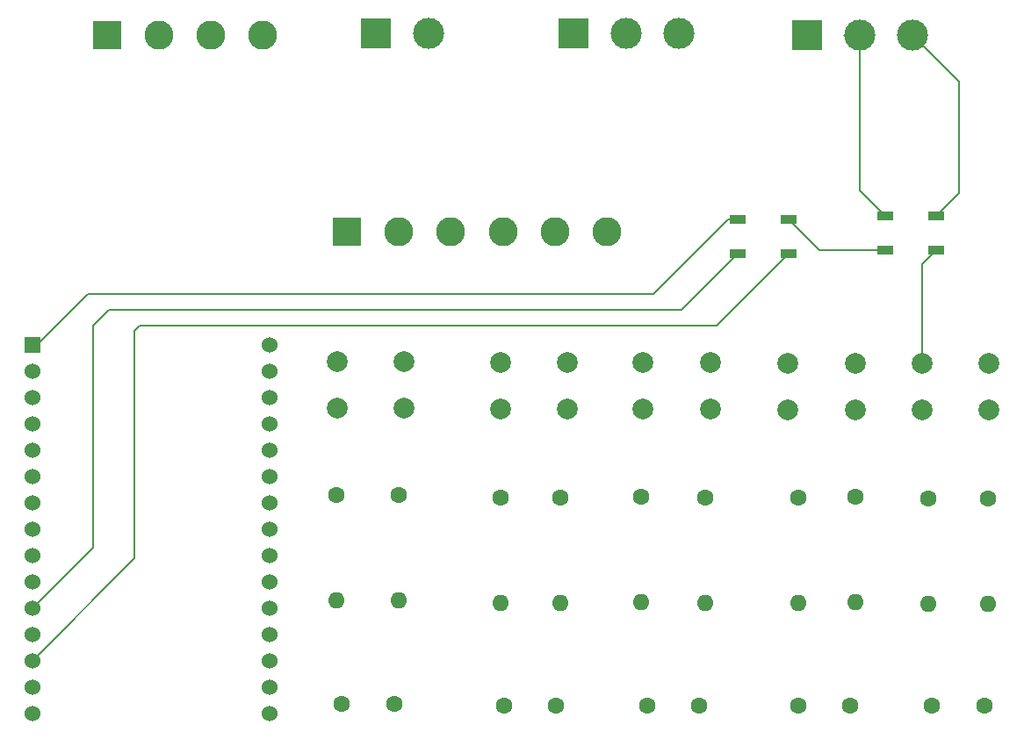
<source format=gbr>
%TF.GenerationSoftware,KiCad,Pcbnew,8.0.6*%
%TF.CreationDate,2024-11-18T20:28:23+01:00*%
%TF.ProjectId,pcb,7063622e-6b69-4636-9164-5f7063625858,rev?*%
%TF.SameCoordinates,Original*%
%TF.FileFunction,Copper,L1,Top*%
%TF.FilePolarity,Positive*%
%FSLAX46Y46*%
G04 Gerber Fmt 4.6, Leading zero omitted, Abs format (unit mm)*
G04 Created by KiCad (PCBNEW 8.0.6) date 2024-11-18 20:28:23*
%MOMM*%
%LPD*%
G01*
G04 APERTURE LIST*
G04 Aperture macros list*
%AMRoundRect*
0 Rectangle with rounded corners*
0 $1 Rounding radius*
0 $2 $3 $4 $5 $6 $7 $8 $9 X,Y pos of 4 corners*
0 Add a 4 corners polygon primitive as box body*
4,1,4,$2,$3,$4,$5,$6,$7,$8,$9,$2,$3,0*
0 Add four circle primitives for the rounded corners*
1,1,$1+$1,$2,$3*
1,1,$1+$1,$4,$5*
1,1,$1+$1,$6,$7*
1,1,$1+$1,$8,$9*
0 Add four rect primitives between the rounded corners*
20,1,$1+$1,$2,$3,$4,$5,0*
20,1,$1+$1,$4,$5,$6,$7,0*
20,1,$1+$1,$6,$7,$8,$9,0*
20,1,$1+$1,$8,$9,$2,$3,0*%
G04 Aperture macros list end*
%TA.AperFunction,ComponentPad*%
%ADD10C,2.000000*%
%TD*%
%TA.AperFunction,ComponentPad*%
%ADD11R,3.000000X3.000000*%
%TD*%
%TA.AperFunction,ComponentPad*%
%ADD12C,3.000000*%
%TD*%
%TA.AperFunction,ComponentPad*%
%ADD13C,1.600000*%
%TD*%
%TA.AperFunction,ComponentPad*%
%ADD14O,1.600000X1.600000*%
%TD*%
%TA.AperFunction,ComponentPad*%
%ADD15R,2.800000X2.800000*%
%TD*%
%TA.AperFunction,ComponentPad*%
%ADD16C,2.800000*%
%TD*%
%TA.AperFunction,SMDPad,CuDef*%
%ADD17RoundRect,0.090000X0.660000X0.360000X-0.660000X0.360000X-0.660000X-0.360000X0.660000X-0.360000X0*%
%TD*%
%TA.AperFunction,ComponentPad*%
%ADD18R,1.530000X1.530000*%
%TD*%
%TA.AperFunction,ComponentPad*%
%ADD19C,1.530000*%
%TD*%
%TA.AperFunction,Conductor*%
%ADD20C,0.200000*%
%TD*%
G04 APERTURE END LIST*
D10*
%TO.P,SW5,1,1*%
%TO.N,5V*%
X133500000Y-90000000D03*
X140000000Y-90000000D03*
%TO.P,SW5,2,2*%
%TO.N,Net-(R10-Pad1)*%
X133500000Y-94500000D03*
X140000000Y-94500000D03*
%TD*%
D11*
%TO.P,P1,1,5V*%
%TO.N,5V*%
X137235000Y-58315000D03*
D12*
%TO.P,P1,2,GND*%
%TO.N,GND*%
X142315000Y-58315000D03*
%TD*%
D13*
%TO.P,C2,1*%
%TO.N,Net-(U1-GPIO1)*%
X195895000Y-123185000D03*
%TO.P,C2,2*%
%TO.N,GND*%
X190895000Y-123185000D03*
%TD*%
%TO.P,R4,1*%
%TO.N,Net-(R3-Pad1)*%
X190495000Y-103185000D03*
D14*
%TO.P,R4,2*%
%TO.N,GND*%
X190495000Y-113345000D03*
%TD*%
D13*
%TO.P,R3,1*%
%TO.N,Net-(R3-Pad1)*%
X196245000Y-103185000D03*
D14*
%TO.P,R3,2*%
%TO.N,Net-(U1-GPIO1)*%
X196245000Y-113345000D03*
%TD*%
D15*
%TO.P,J2,1,A0*%
%TO.N,Net-(J2-A0)*%
X111315000Y-58500000D03*
D16*
%TO.P,J2,2,GND*%
%TO.N,GND*%
X116315000Y-58500000D03*
%TO.P,J2,3,5V*%
%TO.N,5V*%
X121315000Y-58500000D03*
%TO.P,J2,4,D0*%
%TO.N,unconnected-(J2-D0-Pad4)*%
X126315000Y-58500000D03*
%TD*%
D13*
%TO.P,R1,1*%
%TO.N,Net-(R1-Pad1)*%
X178000000Y-103105000D03*
D14*
%TO.P,R1,2*%
%TO.N,GND*%
X178000000Y-113265000D03*
%TD*%
D13*
%TO.P,R10,1*%
%TO.N,Net-(R10-Pad1)*%
X133450000Y-102840000D03*
D14*
%TO.P,R10,2*%
%TO.N,GND*%
X133450000Y-113000000D03*
%TD*%
D13*
%TO.P,R2,1*%
%TO.N,Net-(R1-Pad1)*%
X183500000Y-103025000D03*
D14*
%TO.P,R2,2*%
%TO.N,Net-(U1-GPIO2)*%
X183500000Y-113185000D03*
%TD*%
D13*
%TO.P,C5,1*%
%TO.N,Net-(U1-GPIO19{slash}USBD_+)*%
X139000000Y-123000000D03*
%TO.P,C5,2*%
%TO.N,GND*%
X134000000Y-123000000D03*
%TD*%
D10*
%TO.P,SW3,1,1*%
%TO.N,5V*%
X149250000Y-90085000D03*
X155750000Y-90085000D03*
%TO.P,SW3,2,2*%
%TO.N,Net-(R5-Pad1)*%
X149250000Y-94585000D03*
X155750000Y-94585000D03*
%TD*%
D13*
%TO.P,C4,1*%
%TO.N,Net-(U1-GPIO10)*%
X168400000Y-123185000D03*
%TO.P,C4,2*%
%TO.N,GND*%
X163400000Y-123185000D03*
%TD*%
D11*
%TO.P,J3,1,GND*%
%TO.N,GND*%
X156315000Y-58315000D03*
D12*
%TO.P,J3,2,5V*%
%TO.N,5V*%
X161395000Y-58315000D03*
%TO.P,J3,3,S*%
%TO.N,GND*%
X166475000Y-58315000D03*
%TD*%
D10*
%TO.P,SW2,1,1*%
%TO.N,5V*%
X189895000Y-90185000D03*
X196395000Y-90185000D03*
%TO.P,SW2,2,2*%
%TO.N,Net-(R3-Pad1)*%
X189895000Y-94685000D03*
X196395000Y-94685000D03*
%TD*%
D13*
%TO.P,R5,1*%
%TO.N,Net-(R5-Pad1)*%
X155000000Y-103085000D03*
D14*
%TO.P,R5,2*%
%TO.N,Net-(U1-GPIO9)*%
X155000000Y-113245000D03*
%TD*%
D13*
%TO.P,R6,1*%
%TO.N,Net-(R5-Pad1)*%
X149250000Y-103085000D03*
D14*
%TO.P,R6,2*%
%TO.N,GND*%
X149250000Y-113245000D03*
%TD*%
D13*
%TO.P,R7,1*%
%TO.N,Net-(R7-Pad1)*%
X169000000Y-103085000D03*
D14*
%TO.P,R7,2*%
%TO.N,Net-(U1-GPIO10)*%
X169000000Y-113245000D03*
%TD*%
D10*
%TO.P,SW4,1,1*%
%TO.N,5V*%
X163000000Y-90085000D03*
X169500000Y-90085000D03*
%TO.P,SW4,2,2*%
%TO.N,Net-(R7-Pad1)*%
X163000000Y-94585000D03*
X169500000Y-94585000D03*
%TD*%
D13*
%TO.P,C3,1*%
%TO.N,Net-(U1-GPIO9)*%
X154650000Y-123185000D03*
%TO.P,C3,2*%
%TO.N,GND*%
X149650000Y-123185000D03*
%TD*%
D17*
%TO.P,D3,1,VDD*%
%TO.N,5V*%
X191250000Y-79250000D03*
%TO.P,D3,2,DOUT*%
%TO.N,Net-(D3-DOUT)*%
X191250000Y-75950000D03*
%TO.P,D3,3,VSS*%
%TO.N,GND*%
X186350000Y-75950000D03*
%TO.P,D3,4,DIN*%
%TO.N,Net-(D1-DOUT)*%
X186350000Y-79250000D03*
%TD*%
%TO.P,D1,1,VDD*%
%TO.N,5V*%
X177065000Y-79565000D03*
%TO.P,D1,2,DOUT*%
%TO.N,Net-(D1-DOUT)*%
X177065000Y-76265000D03*
%TO.P,D1,3,VSS*%
%TO.N,GND*%
X172165000Y-76265000D03*
%TO.P,D1,4,DIN*%
%TO.N,Net-(D1-DIN)*%
X172165000Y-79565000D03*
%TD*%
D13*
%TO.P,R9,1*%
%TO.N,Net-(R10-Pad1)*%
X139500000Y-102840000D03*
D14*
%TO.P,R9,2*%
%TO.N,Net-(U1-GPIO19{slash}USBD_+)*%
X139500000Y-113000000D03*
%TD*%
D10*
%TO.P,SW1,1,1*%
%TO.N,5V*%
X177000000Y-90185000D03*
X183500000Y-90185000D03*
%TO.P,SW1,2,2*%
%TO.N,Net-(R1-Pad1)*%
X177000000Y-94685000D03*
X183500000Y-94685000D03*
%TD*%
D13*
%TO.P,R8,1*%
%TO.N,Net-(R7-Pad1)*%
X162850000Y-103005000D03*
D14*
%TO.P,R8,2*%
%TO.N,GND*%
X162850000Y-113165000D03*
%TD*%
D13*
%TO.P,C1,1*%
%TO.N,Net-(U1-GPIO2)*%
X183000000Y-123185000D03*
%TO.P,C1,2*%
%TO.N,GND*%
X178000000Y-123185000D03*
%TD*%
D11*
%TO.P,J4,1,5V*%
%TO.N,5V*%
X178815000Y-58500000D03*
D12*
%TO.P,J4,2,GND*%
%TO.N,GND*%
X183895000Y-58500000D03*
%TO.P,J4,3,Data*%
%TO.N,Net-(D3-DOUT)*%
X188975000Y-58500000D03*
%TD*%
D16*
%TO.P,J1,6,GND*%
%TO.N,GND*%
X159500000Y-77500000D03*
%TO.P,J1,5,5V*%
%TO.N,5V*%
X154500000Y-77500000D03*
%TO.P,J1,4,MISO*%
%TO.N,Net-(J1-MISO)*%
X149500000Y-77500000D03*
%TO.P,J1,3,MOSI*%
%TO.N,Net-(J1-MOSI)*%
X144500000Y-77500000D03*
%TO.P,J1,2,SCK*%
%TO.N,Net-(J1-SCK)*%
X139500000Y-77500000D03*
D15*
%TO.P,J1,1,CS*%
%TO.N,Net-(J1-CS)*%
X134500000Y-77500000D03*
%TD*%
D18*
%TO.P,REF\u002A\u002A,1,GND*%
%TO.N,GND*%
X104140000Y-88380000D03*
D19*
%TO.P,REF\u002A\u002A,2,3V3*%
%TO.N,3V3*%
X104140000Y-90920000D03*
%TO.P,REF\u002A\u002A,3,3V3*%
X104140000Y-93460000D03*
%TO.P,REF\u002A\u002A,4,RST*%
%TO.N,unconnected-(U1-RST-Pad4)*%
X104140000Y-96000000D03*
%TO.P,REF\u002A\u002A,5,GND*%
%TO.N,GND*%
X104140000Y-98540000D03*
%TO.P,REF\u002A\u002A,6,GPIO4*%
%TO.N,Net-(J1-SCK)*%
X104140000Y-101080000D03*
%TO.P,REF\u002A\u002A,7,GPIO5*%
%TO.N,Net-(J1-MISO)*%
X104140000Y-103620000D03*
%TO.P,REF\u002A\u002A,8,GPIO6*%
%TO.N,Net-(J1-MOSI)*%
X104140000Y-106160000D03*
%TO.P,REF\u002A\u002A,9,GPIO7*%
%TO.N,Net-(J1-CS)*%
X104140000Y-108700000D03*
%TO.P,REF\u002A\u002A,10,GND*%
%TO.N,GND*%
X104140000Y-111240000D03*
%TO.P,REF\u002A\u002A,11,GPIO8/RGB_LED*%
%TO.N,Net-(D1-DIN)*%
X104140000Y-113780000D03*
%TO.P,REF\u002A\u002A,12,GPIO9*%
%TO.N,Net-(U1-GPIO9)*%
X104140000Y-116320000D03*
%TO.P,REF\u002A\u002A,13,5V*%
%TO.N,5V*%
X104140000Y-118860000D03*
%TO.P,REF\u002A\u002A,14,5V*%
X104140000Y-121400000D03*
%TO.P,REF\u002A\u002A,15,GND*%
%TO.N,GND*%
X104140000Y-123940000D03*
%TO.P,REF\u002A\u002A,16,GND*%
X127000000Y-123940000D03*
%TO.P,REF\u002A\u002A,17,GND*%
X127000000Y-121400000D03*
%TO.P,REF\u002A\u002A,18,GPIO19/USBD_+*%
%TO.N,Net-(U1-GPIO19{slash}USBD_+)*%
X127000000Y-118860000D03*
%TO.P,REF\u002A\u002A,19,GPIO18/USBD_-*%
%TO.N,unconnected-(U1-GPIO18{slash}USBD_--Pad19)*%
X127000000Y-116320000D03*
%TO.P,REF\u002A\u002A,20,GND*%
%TO.N,GND*%
X127000000Y-113780000D03*
%TO.P,REF\u002A\u002A,21,GPIO21/U0TXD*%
%TO.N,unconnected-(U1-GPIO21{slash}U0TXD-Pad21)*%
X127000000Y-111240000D03*
%TO.P,REF\u002A\u002A,22,GPIO20/U0RXD*%
%TO.N,unconnected-(U1-GPIO20{slash}U0RXD-Pad22)*%
X127000000Y-108700000D03*
%TO.P,REF\u002A\u002A,23,GND*%
%TO.N,GND*%
X127000000Y-106160000D03*
%TO.P,REF\u002A\u002A,24,GPIO10*%
%TO.N,Net-(U1-GPIO10)*%
X127000000Y-103620000D03*
%TO.P,REF\u002A\u002A,25,GND*%
%TO.N,GND*%
X127000000Y-101080000D03*
%TO.P,REF\u002A\u002A,26,GPIO3*%
X127000000Y-98540000D03*
%TO.P,REF\u002A\u002A,27,GPIO2*%
%TO.N,Net-(U1-GPIO2)*%
X127000000Y-96000000D03*
%TO.P,REF\u002A\u002A,28,GPIO1*%
%TO.N,Net-(U1-GPIO1)*%
X127000000Y-93460000D03*
%TO.P,REF\u002A\u002A,29,GPIO0*%
%TO.N,Net-(J2-A0)*%
X127000000Y-90920000D03*
%TO.P,REF\u002A\u002A,30,GND*%
%TO.N,GND*%
X127000000Y-88380000D03*
%TD*%
D20*
%TO.N,5V*%
X189895000Y-80605000D02*
X189895000Y-90185000D01*
X191250000Y-79250000D02*
X189895000Y-80605000D01*
X114000000Y-109000000D02*
X104140000Y-118860000D01*
X170130000Y-86500000D02*
X114500000Y-86500000D01*
X114000000Y-87000000D02*
X114000000Y-109000000D01*
X177065000Y-79565000D02*
X170130000Y-86500000D01*
X114500000Y-86500000D02*
X114000000Y-87000000D01*
%TO.N,Net-(D1-DIN)*%
X111500000Y-85000000D02*
X110000000Y-86500000D01*
X166730000Y-85000000D02*
X111500000Y-85000000D01*
X110000000Y-86500000D02*
X110000000Y-107920000D01*
X172165000Y-79565000D02*
X166730000Y-85000000D01*
X110000000Y-107920000D02*
X104140000Y-113780000D01*
%TO.N,GND*%
X104620000Y-88380000D02*
X104140000Y-88380000D01*
X164000000Y-83500000D02*
X109500000Y-83500000D01*
X109500000Y-83500000D02*
X104620000Y-88380000D01*
X171235000Y-76265000D02*
X164000000Y-83500000D01*
X172165000Y-76265000D02*
X171235000Y-76265000D01*
X183895000Y-73495000D02*
X183895000Y-58500000D01*
X186350000Y-75950000D02*
X183895000Y-73495000D01*
%TO.N,Net-(D3-DOUT)*%
X193500000Y-73700000D02*
X191250000Y-75950000D01*
X193500000Y-63025000D02*
X193500000Y-73700000D01*
X188975000Y-58500000D02*
X193500000Y-63025000D01*
%TO.N,GND*%
X182600000Y-58680000D02*
X182420000Y-58500000D01*
%TO.N,Net-(D1-DOUT)*%
X180050000Y-79250000D02*
X177065000Y-76265000D01*
X186350000Y-79250000D02*
X180050000Y-79250000D01*
%TD*%
M02*

</source>
